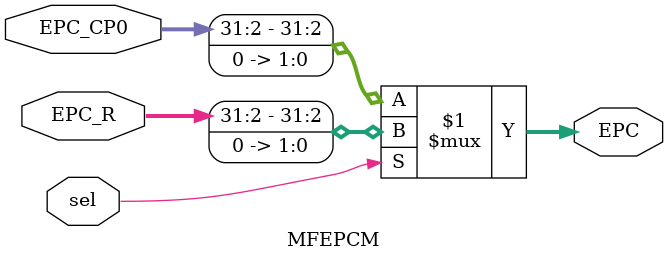
<source format=v>
`timescale 1ns / 1ps
module MFEPCM(
    input [31:0] EPC_CP0,
    input [31:0] EPC_R,
    input sel,
    output [31:0] EPC
    );
	assign EPC=sel?{EPC_R[31:2],2'b00}:{EPC_CP0[31:2],2'b00};

endmodule

</source>
